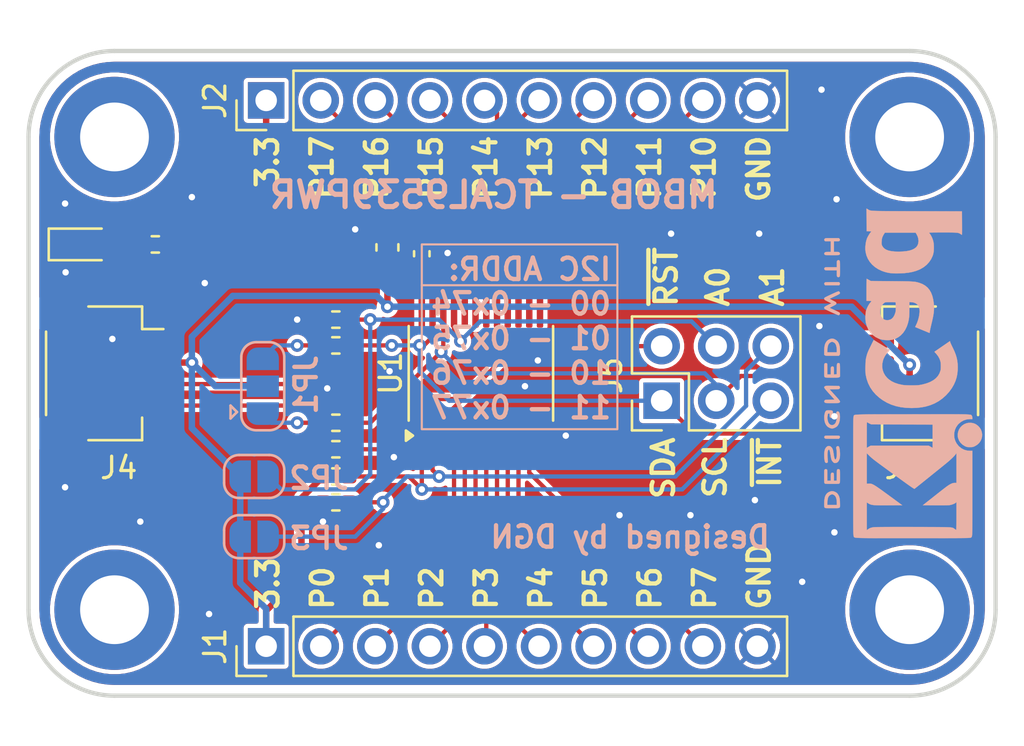
<source format=kicad_pcb>
(kicad_pcb (version 20241229) (generator "pcbnew") (generator_version "9.0")
  (layers (0 "F.Cu" signal) (2 "B.Cu" signal) (13 "F.Paste" user) (15 "B.Paste" user) (5 "F.SilkS" user "F.Silkscreen") (7 "B.SilkS" user "B.Silkscreen") (1 "F.Mask" user) (3 "B.Mask" user) (25 "Edge.Cuts" user))
  (net 0 "")
  (net 1 "GND")
  (net 2 "+3.3V")
  (net 3 "Net-(D1-A)")
  (net 4 "/P7")
  (net 5 "/P5")
  (net 6 "/P2")
  (net 7 "/P4")
  (net 8 "/P6")
  (net 9 "/P0")
  (net 10 "/P1")
  (net 11 "/P3")
  (net 12 "/P14")
  (net 13 "/P11")
  (net 14 "/P16")
  (net 15 "/P13")
  (net 16 "/P10")
  (net 17 "/P17")
  (net 18 "/P12")
  (net 19 "/P15")
  (net 20 "/SDA")
  (net 21 "/SCL")
  (net 22 "/A1")
  (net 23 "/A0")
  (net 24 "/~{RESET}")
  (net 25 "/~{INT}")
  (net 26 "Net-(JP1-A)")
  (net 27 "Net-(JP1-B)")
  (footprint "Resistor_SMD:R_0402_1005Metric_Pad0.72x0.64mm_HandSolder" (layer "F.Cu") (at 136.3 102 180)
    (property "Reference" "R6" (hide yes))
    (property "Value" "4K7")
    (pad "1" smd roundrect (at -0.5975 0 180) (size 0.715 0.64) (layers "F.Cu" "F.Mask" "F.Paste") (net 22 "/A1"))
    (pad "2" smd roundrect (at 0.5975 0 180) (size 0.715 0.64) (layers "F.Cu" "F.Mask" "F.Paste") (net 1 "GND"))
  )
  (footprint "Resistor_SMD:R_0402_1005Metric_Pad0.72x0.64mm_HandSolder" (layer "F.Cu") (at 136.3 100.8)
    (property "Reference" "R2" (hide yes))
    (property "Value" "4K7")
    (pad "1" smd roundrect (at -0.5975 0) (size 0.715 0.64) (layers "F.Cu" "F.Mask" "F.Paste") (net 2 "+3.3V"))
    (pad "2" smd roundrect (at 0.5975 0) (size 0.715 0.64) (layers "F.Cu" "F.Mask" "F.Paste") (net 25 "/~{INT}"))
  )
  (footprint "MountingHole:MountingHole_3.2mm_M3_DIN965_Pad" (layer "F.Cu") (at 163 107)
    (property "Reference" "H4" (hide yes))
    (property "Value" "MountingHole")
    (pad "1" thru_hole circle (at 0 0) (size 5.6 5.6) (drill 3.2) (layers "*.Cu" "*.Mask"))
  )
  (footprint "Resistor_SMD:R_0402_1005Metric_Pad0.72x0.64mm_HandSolder" (layer "F.Cu") (at 136.3 93.5 180)
    (property "Reference" "R5" (hide yes))
    (property "Value" "4K7")
    (pad "1" smd roundrect (at -0.5975 0 180) (size 0.715 0.64) (layers "F.Cu" "F.Mask" "F.Paste") (net 23 "/A0"))
    (pad "2" smd roundrect (at 0.5975 0 180) (size 0.715 0.64) (layers "F.Cu" "F.Mask" "F.Paste") (net 1 "GND"))
  )
  (footprint "MountingHole:MountingHole_3.2mm_M3_DIN965_Pad" (layer "F.Cu") (at 126 85)
    (property "Reference" "H1" (hide yes))
    (property "Value" "MountingHole")
    (pad "1" thru_hole circle (at 0 0) (size 5.6 5.6) (drill 3.2) (layers "*.Cu" "*.Mask"))
  )
  (footprint "Resistor_SMD:R_0402_1005Metric_Pad0.72x0.64mm_HandSolder" (layer "F.Cu") (at 136.3 99.533333)
    (property "Reference" "R1" (hide yes))
    (property "Value" "4K7")
    (pad "1" smd roundrect (at -0.5975 0) (size 0.715 0.64) (layers "F.Cu" "F.Mask" "F.Paste") (net 2 "+3.3V"))
    (pad "2" smd roundrect (at 0.5975 0) (size 0.715 0.64) (layers "F.Cu" "F.Mask" "F.Paste") (net 24 "/~{RESET}"))
  )
  (footprint "Capacitor_SMD:C_0402_1005Metric_Pad0.74x0.62mm_HandSolder" (layer "F.Cu") (at 140.3 90.435 90)
    (property "Reference" "C2" (hide yes))
    (property "Value" "100n")
    (pad "1" smd roundrect (at -0.5675 0 90) (size 0.735 0.62) (layers "F.Cu" "F.Mask" "F.Paste") (net 2 "+3.3V"))
    (pad "2" smd roundrect (at 0.5675 0 90) (size 0.735 0.62) (layers "F.Cu" "F.Mask" "F.Paste") (net 1 "GND"))
  )
  (footprint "Package_SO:TSSOP-24_4.4x6.5mm_P0.5mm" (layer "F.Cu") (at 143.05 96 90)
    (property "Reference" "U1" (at 0 -4.2 90) (layer "F.SilkS"))
    (property "Value" "TCAL9539PWR")
    (pad "1" smd roundrect (at -2.8625 -2.75 90) (size 1.475 0.3) (layers "F.Cu" "F.Mask" "F.Paste") (net 25 "/~{INT}"))
    (pad "2" smd roundrect (at -2.8625 -2.25 90) (size 1.475 0.3) (layers "F.Cu" "F.Mask" "F.Paste") (net 22 "/A1"))
    (pad "3" smd roundrect (at -2.8625 -1.75 90) (size 1.475 0.3) (layers "F.Cu" "F.Mask" "F.Paste") (net 24 "/~{RESET}"))
    (pad "4" smd roundrect (at -2.8625 -1.25 90) (size 1.475 0.3) (layers "F.Cu" "F.Mask" "F.Paste") (net 9 "/P0"))
    (pad "5" smd roundrect (at -2.8625 -0.75 90) (size 1.475 0.3) (layers "F.Cu" "F.Mask" "F.Paste") (net 10 "/P1"))
    (pad "6" smd roundrect (at -2.8625 -0.25 90) (size 1.475 0.3) (layers "F.Cu" "F.Mask" "F.Paste") (net 6 "/P2"))
    (pad "7" smd roundrect (at -2.8625 0.25 90) (size 1.475 0.3) (layers "F.Cu" "F.Mask" "F.Paste") (net 11 "/P3"))
    (pad "8" smd roundrect (at -2.8625 0.75 90) (size 1.475 0.3) (layers "F.Cu" "F.Mask" "F.Paste") (net 7 "/P4"))
    (pad "9" smd roundrect (at -2.8625 1.25 90) (size 1.475 0.3) (layers "F.Cu" "F.Mask" "F.Paste") (net 5 "/P5"))
    (pad "10" smd roundrect (at -2.8625 1.75 90) (size 1.475 0.3) (layers "F.Cu" "F.Mask" "F.Paste") (net 8 "/P6"))
    (pad "11" smd roundrect (at -2.8625 2.25 90) (size 1.475 0.3) (layers "F.Cu" "F.Mask" "F.Paste") (net 4 "/P7"))
    (pad "12" smd roundrect (at -2.8625 2.75 90) (size 1.475 0.3) (layers "F.Cu" "F.Mask" "F.Paste") (net 1 "GND"))
    (pad "13" smd roundrect (at 2.8625 2.75 90) (size 1.475 0.3) (layers "F.Cu" "F.Mask" "F.Paste") (net 16 "/P10"))
    (pad "14" smd roundrect (at 2.8625 2.25 90) (size 1.475 0.3) (layers "F.Cu" "F.Mask" "F.Paste") (net 13 "/P11"))
    (pad "15" smd roundrect (at 2.8625 1.75 90) (size 1.475 0.3) (layers "F.Cu" "F.Mask" "F.Paste") (net 18 "/P12"))
    (pad "16" smd roundrect (at 2.8625 1.25 90) (size 1.475 0.3) (layers "F.Cu" "F.Mask" "F.Paste") (net 15 "/P13"))
    (pad "17" smd roundrect (at 2.8625 0.75 90) (size 1.475 0.3) (layers "F.Cu" "F.Mask" "F.Paste") (net 12 "/P14"))
    (pad "18" smd roundrect (at 2.8625 0.25 90) (size 1.475 0.3) (layers "F.Cu" "F.Mask" "F.Paste") (net 19 "/P15"))
    (pad "19" smd roundrect (at 2.8625 -0.25 90) (size 1.475 0.3) (layers "F.Cu" "F.Mask" "F.Paste") (net 14 "/P16"))
    (pad "20" smd roundrect (at 2.8625 -0.75 90) (size 1.475 0.3) (layers "F.Cu" "F.Mask" "F.Paste") (net 17 "/P17"))
    (pad "21" smd roundrect (at 2.8625 -1.25 90) (size 1.475 0.3) (layers "F.Cu" "F.Mask" "F.Paste") (net 23 "/A0"))
    (pad "22" smd roundrect (at 2.8625 -1.75 90) (size 1.475 0.3) (layers "F.Cu" "F.Mask" "F.Paste") (net 21 "/SCL"))
    (pad "23" smd roundrect (at 2.8625 -2.25 90) (size 1.475 0.3) (layers "F.Cu" "F.Mask" "F.Paste") (net 20 "/SDA"))
    (pad "24" smd roundrect (at 2.8625 -2.75 90) (size 1.475 0.3) (layers "F.Cu" "F.Mask" "F.Paste") (net 2 "+3.3V"))
  )
  (footprint "MountingHole:MountingHole_3.2mm_M3_DIN965_Pad" (layer "F.Cu") (at 163 85)
    (property "Reference" "H2" (hide yes))
    (property "Value" "MountingHole")
    (pad "1" thru_hole circle (at 0 0) (size 5.6 5.6) (drill 3.2) (layers "*.Cu" "*.Mask"))
  )
  (footprint "Connector_PinHeader_2.54mm:PinHeader_1x10_P2.54mm_Vertical" (layer "F.Cu") (at 133.0575 83.3 90)
    (property "Reference" "J2" (at 0 -2.38 90) (layer "F.SilkS"))
    (property "Value" "Conn_01x10")
    (pad "1" thru_hole rect (at 0 0 90) (size 1.7 1.7) (drill 1) (layers "*.Cu" "*.Mask") (net 2 "+3.3V"))
    (pad "2" thru_hole circle (at 0 2.54 90) (size 1.7 1.7) (drill 1) (layers "*.Cu" "*.Mask") (net 17 "/P17"))
    (pad "3" thru_hole circle (at 0 5.08 90) (size 1.7 1.7) (drill 1) (layers "*.Cu" "*.Mask") (net 14 "/P16"))
    (pad "4" thru_hole circle (at 0 7.62 90) (size 1.7 1.7) (drill 1) (layers "*.Cu" "*.Mask") (net 19 "/P15"))
    (pad "5" thru_hole circle (at 0 10.16 90) (size 1.7 1.7) (drill 1) (layers "*.Cu" "*.Mask") (net 12 "/P14"))
    (pad "6" thru_hole circle (at 0 12.7 90) (size 1.7 1.7) (drill 1) (layers "*.Cu" "*.Mask") (net 15 "/P13"))
    (pad "7" thru_hole circle (at 0 15.24 90) (size 1.7 1.7) (drill 1) (layers "*.Cu" "*.Mask") (net 18 "/P12"))
    (pad "8" thru_hole circle (at 0 17.78 90) (size 1.7 1.7) (drill 1) (layers "*.Cu" "*.Mask") (net 13 "/P11"))
    (pad "9" thru_hole circle (at 0 20.32 90) (size 1.7 1.7) (drill 1) (layers "*.Cu" "*.Mask") (net 16 "/P10"))
    (pad "10" thru_hole circle (at 0 22.86 90) (size 1.7 1.7) (drill 1) (layers "*.Cu" "*.Mask") (net 1 "GND"))
  )
  (footprint "Resistor_SMD:R_0402_1005Metric_Pad0.72x0.64mm_HandSolder" (layer "F.Cu") (at 136.3 94.7)
    (property "Reference" "R3" (hide yes))
    (property "Value" "4K7")
    (pad "1" smd roundrect (at -0.5975 0) (size 0.715 0.64) (layers "F.Cu" "F.Mask" "F.Paste") (net 27 "Net-(JP1-B)"))
    (pad "2" smd roundrect (at 0.5975 0) (size 0.715 0.64) (layers "F.Cu" "F.Mask" "F.Paste") (net 20 "/SDA"))
  )
  (footprint "Connector_JST:JST_SH_SM04B-SRSS-TB_1x04-1MP_P1.00mm_Horizontal" (layer "F.Cu") (at 163.5 96 90)
    (property "Reference" "J3" (at -4.4 -0.8 180) (layer "F.SilkS"))
    (property "Value" "QWIIC Right Angle")
    (pad "1" smd roundrect (at -1.5 -2 90) (size 0.6 1.55) (layers "F.Cu" "F.Mask" "F.Paste") (net 1 "GND"))
    (pad "2" smd roundrect (at -0.5 -2 90) (size 0.6 1.55) (layers "F.Cu" "F.Mask" "F.Paste") (net 2 "+3.3V"))
    (pad "3" smd roundrect (at 0.5 -2 90) (size 0.6 1.55) (layers "F.Cu" "F.Mask" "F.Paste") (net 20 "/SDA"))
    (pad "4" smd roundrect (at 1.5 -2 90) (size 0.6 1.55) (layers "F.Cu" "F.Mask" "F.Paste") (net 21 "/SCL"))
    (pad "MP" smd roundrect (at -2.8 1.875 90) (size 1.2 1.8) (layers "F.Cu" "F.Mask" "F.Paste") (roundrect_rratio 0.208333))
    (pad "MP" smd roundrect (at 2.8 1.875 90) (size 1.2 1.8) (layers "F.Cu" "F.Mask" "F.Paste") (roundrect_rratio 0.208333))
  )
  (footprint "Connector_PinHeader_2.54mm:PinHeader_1x10_P2.54mm_Vertical" (layer "F.Cu") (at 133.0575 108.7 90)
    (property "Reference" "J1" (at 0 -2.38 90) (layer "F.SilkS"))
    (property "Value" "Conn_01x10")
    (pad "1" thru_hole rect (at 0 0 90) (size 1.7 1.7) (drill 1) (layers "*.Cu" "*.Mask") (net 2 "+3.3V"))
    (pad "2" thru_hole circle (at 0 2.54 90) (size 1.7 1.7) (drill 1) (layers "*.Cu" "*.Mask") (net 9 "/P0"))
    (pad "3" thru_hole circle (at 0 5.08 90) (size 1.7 1.7) (drill 1) (layers "*.Cu" "*.Mask") (net 10 "/P1"))
    (pad "4" thru_hole circle (at 0 7.62 90) (size 1.7 1.7) (drill 1) (layers "*.Cu" "*.Mask") (net 6 "/P2"))
    (pad "5" thru_hole circle (at 0 10.16 90) (size 1.7 1.7) (drill 1) (layers "*.Cu" "*.Mask") (net 11 "/P3"))
    (pad "6" thru_hole circle (at 0 12.7 90) (size 1.7 1.7) (drill 1) (layers "*.Cu" "*.Mask") (net 7 "/P4"))
    (pad "7" thru_hole circle (at 0 15.24 90) (size 1.7 1.7) (drill 1) (layers "*.Cu" "*.Mask") (net 5 "/P5"))
    (pad "8" thru_hole circle (at 0 17.78 90) (size 1.7 1.7) (drill 1) (layers "*.Cu" "*.Mask") (net 8 "/P6"))
    (pad "9" thru_hole circle (at 0 20.32 90) (size 1.7 1.7) (drill 1) (layers "*.Cu" "*.Mask") (net 4 "/P7"))
    (pad "10" thru_hole circle (at 0 22.86 90) (size 1.7 1.7) (drill 1) (layers "*.Cu" "*.Mask") (net 1 "GND"))
  )
  (footprint "Connector_JST:JST_SH_SM04B-SRSS-TB_1x04-1MP_P1.00mm_Horizontal" (layer "F.Cu") (at 125.5 96 -90)
    (property "Reference" "J4" (at 4.4 -0.7 0) (layer "F.SilkS"))
    (property "Value" "QWIIC Right Angle")
    (pad "1" smd roundrect (at -1.5 -2 270) (size 0.6 1.55) (layers "F.Cu" "F.Mask" "F.Paste") (net 1 "GND"))
    (pad "2" smd roundrect (at -0.5 -2 270) (size 0.6 1.55) (layers "F.Cu" "F.Mask" "F.Paste") (net 2 "+3.3V"))
    (pad "3" smd roundrect (at 0.5 -2 270) (size 0.6 1.55) (layers "F.Cu" "F.Mask" "F.Paste") (net 20 "/SDA"))
    (pad "4" smd roundrect (at 1.5 -2 270) (size 0.6 1.55) (layers "F.Cu" "F.Mask" "F.Paste") (net 21 "/SCL"))
    (pad "MP" smd roundrect (at -2.8 1.875 270) (size 1.2 1.8) (layers "F.Cu" "F.Mask" "F.Paste") (roundrect_rratio 0.208333))
    (pad "MP" smd roundrect (at 2.8 1.875 270) (size 1.2 1.8) (layers "F.Cu" "F.Mask" "F.Paste") (roundrect_rratio 0.208333))
  )
  (footprint "Connector_PinHeader_2.54mm:PinHeader_2x03_P2.54mm_Vertical" (layer "F.Cu") (at 151.46 97.275 90)
    (property "Reference" "J5" (at 1.175 -2.36 270) (layer "F.SilkS"))
    (property "Value" "Conn_02x03_Odd_Even")
    (pad "1" thru_hole rect (at 0 0 90) (size 1.7 1.7) (drill 1) (layers "*.Cu" "*.Mask") (net 20 "/SDA"))
    (pad "2" thru_hole circle (at 2.54 0 90) (size 1.7 1.7) (drill 1) (layers "*.Cu" "*.Mask") (net 24 "/~{RESET}"))
    (pad "3" thru_hole circle (at 0 2.54 90) (size 1.7 1.7) (drill 1) (layers "*.Cu" "*.Mask") (net 21 "/SCL"))
    (pad "4" thru_hole circle (at 2.54 2.54 90) (size 1.7 1.7) (drill 1) (layers "*.Cu" "*.Mask") (net 23 "/A0"))
    (pad "5" thru_hole circle (at 0 5.08 90) (size 1.7 1.7) (drill 1) (layers "*.Cu" "*.Mask") (net 25 "/~{INT}"))
    (pad "6" thru_hole circle (at 2.54 5.08 90) (size 1.7 1.7) (drill 1) (layers "*.Cu" "*.Mask") (net 22 "/A1"))
  )
  (footprint "Resistor_SMD:R_0402_1005Metric_Pad0.72x0.64mm_HandSolder" (layer "F.Cu") (at 127.9 90 180)
    (property "Reference" "R7" (hide yes))
    (property "Value" "1K")
    (pad "1" smd roundrect (at -0.5975 0 180) (size 0.715 0.64) (layers "F.Cu" "F.Mask" "F.Paste") (net 2 "+3.3V"))
    (pad "2" smd roundrect (at 0.5975 0 180) (size 0.715 0.64) (layers "F.Cu" "F.Mask" "F.Paste") (net 3 "Net-(D1-A)"))
  )
  (footprint "Capacitor_SMD:C_0603_1608Metric_Pad1.08x0.95mm_HandSolder" (layer "F.Cu") (at 138.7 90.14 90)
    (property "Reference" "C1" (hide yes))
    (property "Value" "10u")
    (pad "1" smd roundrect (at -0.8625 0 90) (size 1.075 0.95) (layers "F.Cu" "F.Mask" "F.Paste") (net 2 "+3.3V"))
    (pad "2" smd roundrect (at 0.8625 0 90) (size 1.075 0.95) (layers "F.Cu" "F.Mask" "F.Paste") (net 1 "GND"))
  )
  (footprint "Resistor_SMD:R_0402_1005Metric_Pad0.72x0.64mm_HandSolder" (layer "F.Cu") (at 136.3 98.3)
    (property "Reference" "R4" (hide yes))
    (property "Value" "4K7")
    (pad "1" smd roundrect (at -0.5975 0) (size 0.715 0.64) (layers "F.Cu" "F.Mask" "F.Paste") (net 26 "Net-(JP1-A)"))
    (pad "2" smd roundrect (at 0.5975 0) (size 0.715 0.64) (layers "F.Cu" "F.Mask" "F.Paste") (net 21 "/SCL"))
  )
  (footprint "MountingHole:MountingHole_3.2mm_M3_DIN965_Pad" (layer "F.Cu") (at 126 107)
    (property "Reference" "H3" (hide yes))
    (property "Value" "MountingHole")
    (pad "1" thru_hole circle (at 0 0) (size 5.6 5.6) (drill 3.2) (layers "*.Cu" "*.Mask"))
  )
  (footprint "LED_SMD:LED_0603_1608Metric_Pad1.05x0.95mm_HandSolder" (layer "F.Cu") (at 124.6 90)
    (property "Reference" "D1" (hide yes))
    (property "Value" "LED")
    (pad "1" smd roundrect (at -0.875 0) (size 1.05 0.95) (layers "F.Cu" "F.Mask" "F.Paste") (net 1 "GND"))
    (pad "2" smd roundrect (at 0.875 0) (size 1.05 0.95) (layers "F.Cu" "F.Mask" "F.Paste") (net 3 "Net-(D1-A)"))
  )
  (footprint "Jumper:SolderJumper-2_P1.3mm_Open_RoundedPad1.0x1.5mm" (layer "B.Cu") (at 132.5 100.8 180)
    (property "Reference" "JP2" (hide yes))
    (property "Value" "SolderJumper_2_Open")
    (pad "1" smd custom (at -0.65 0 180) (size 1 0.5) (layers "B.Cu" "B.Mask") (net 23 "/A0") (options (clearance outline) (anchor rect)) (primitives (gr_circle (center 0 -0.25) (end 0.5 -0.25) (width 0) (fill yes)) (gr_circle (center 0 0.25) (end 0.5 0.25) (width 0) (fill yes)) (gr_poly (pts (xy 0.5 -0.75) (xy 0 -0.75) (xy 0 0.75) (xy 0.5 0.75)) (width 0) (fill yes))))
    (pad "2" smd custom (at 0.65 0 180) (size 1 0.5) (layers "B.Cu" "B.Mask") (net 2 "+3.3V") (options (clearance outline) (anchor rect)) (primitives (gr_circle (center 0 -0.25) (end 0.5 -0.25) (width 0) (fill yes)) (gr_circle (center 0 0.25) (end 0.5 0.25) (width 0) (fill yes)) (gr_poly (pts (xy 0 -0.75) (xy -0.5 -0.75) (xy -0.5 0.75) (xy 0 0.75)) (width 0) (fill yes))))
  )
  (footprint "Symbol:KiCad-Logo2_6mm_SilkScreen" (layer "B.Cu") (at 163.395153 96.007487 90)
    (property "Reference" "REF**" (hide yes))
    (property "Value" "KiCad-Logo2_6mm_SilkScreen" (hide yes))
  )
  (footprint "Jumper:SolderJumper-2_P1.3mm_Open_RoundedPad1.0x1.5mm" (layer "B.Cu") (at 132.5 103.6 180)
    (property "Reference" "JP3" (hide yes))
    (property "Value" "SolderJumper_2_Open")
    (pad "1" smd custom (at -0.65 0 180) (size 1 0.5) (layers "B.Cu" "B.Mask") (net 22 "/A1") (options (clearance outline) (anchor rect)) (primitives (gr_circle (center 0 -0.25) (end 0.5 -0.25) (width 0) (fill yes)) (gr_circle (center 0 0.25) (end 0.5 0.25) (width 0) (fill yes)) (gr_poly (pts (xy 0.5 -0.75) (xy 0 -0.75) (xy 0 0.75) (xy 0.5 0.75)) (width 0) (fill yes))))
    (pad "2" smd custom (at 0.65 0 180) (size 1 0.5) (layers "B.Cu" "B.Mask") (net 2 "+3.3V") (options (clearance outline) (anchor rect)) (primitives (gr_circle (center 0 -0.25) (end 0.5 -0.25) (width 0) (fill yes)) (gr_circle (center 0 0.25) (end 0.5 0.25) (width 0) (fill yes)) (gr_poly (pts (xy 0 -0.75) (xy -0.5 -0.75) (xy -0.5 0.75) (xy 0 0.75)) (width 0) (fill yes))))
  )
  (footprint "Jumper:SolderJumper-3_P1.3mm_Open_RoundedPad1.0x1.5mm" (layer "B.Cu") (at 132.9 96.6 90)
    (property "Reference" "JP1" (hide yes))
    (property "Value" "SolderJumper_3_Open")
    (pad "1" smd custom (at -1.3 0 90) (size 1 0.5) (layers "B.Cu" "B.Mask") (net 26 "Net-(JP1-A)") (options (clearance outline) (anchor rect)) (primitives (gr_circle (center 0 -0.25) (end 0.5 -0.25) (width 0) (fill yes)) (gr_circle (center 0 0.25) (end 0.5 0.25) (width 0) (fill yes)) (gr_poly (pts (xy 0.55 -0.75) (xy 0 -0.75) (xy 0 0.75) (xy 0.55 0.75)) (width 0) (fill yes))))
    (pad "2" smd rect (at 0 0 90) (size 1 1.5) (layers "B.Cu" "B.Mask") (net 2 "+3.3V"))
    (pad "3" smd custom (at 1.3 0 90) (size 1 0.5) (layers "B.Cu" "B.Mask") (net 27 "Net-(JP1-B)") (options (clearance outline) (anchor rect)) (primitives (gr_circle (center 0 -0.25) (end 0.5 -0.25) (width 0) (fill yes)) (gr_circle (center 0 0.25) (end 0.5 0.25) (width 0) (fill yes)) (gr_poly (pts (xy 0 -0.75) (xy -0.55 -0.75) (xy -0.55 0.75) (xy 0 0.75)) (width 0) (fill yes))))
  )
  (gr_line (start 149.4 91.9) (end 140.3 91.9) (stroke (width 0.1)) (layer "B.SilkS"))
  (gr_rect (start 140.3 90) (end 149.4 98.6) (stroke (width 0.1)) (fill no) (layer "B.SilkS"))
  (gr_arc (start 163 81) (mid 165.828427 82.171573) (end 167 85) (stroke (width 0.2)) (layer "Edge.Cuts"))
  (gr_line (start 126 81) (end 163 81) (stroke (width 0.2)) (layer "Edge.Cuts"))
  (gr_arc (start 167 107) (mid 165.828427 109.828427) (end 163 111) (stroke (width 0.2)) (layer "Edge.Cuts"))
  (gr_line (start 122 107) (end 122 85) (stroke (width 0.2)) (layer "Edge.Cuts"))
  (gr_line (start 167 85) (end 167 107) (stroke (width 0.2)) (layer "Edge.Cuts"))
  (gr_arc (start 126 111) (mid 123.171573 109.828427) (end 122 107) (stroke (width 0.2)) (layer "Edge.Cuts"))
  (gr_arc (start 122 85) (mid 123.171573 82.171573) (end 126 81) (stroke (width 0.2)) (layer "Edge.Cuts"))
  (gr_line (start 163 111) (end 126 111) (stroke (width 0.2)) (layer "Edge.Cuts"))
  (gr_text "P15" (at 141.32 88 90) (layer "F.SilkS") (effects (font (size 1 1) (thickness 0.2) (bold yes)) (justify left bottom)))
  (gr_text "P16" (at 138.78 88 90) (layer "F.SilkS") (effects (font (size 1 1) (thickness 0.2) (bold yes)) (justify left bottom)))
  (gr_text "SCL" (at 154.530667 101.9 90) (layer "F.SilkS") (effects (font (size 1 1) (thickness 0.2) (bold yes)) (justify left bottom)))
  (gr_text "P5" (at 148.9615 107.1 90) (layer "F.SilkS") (effects (font (size 1 1) (thickness 0.2) (bold yes)) (justify left bottom)))
  (gr_text "P17" (at 136.24 88 90) (layer "F.SilkS") (effects (font (size 1 1) (thickness 0.2) (bold yes)) (justify left bottom)))
  (gr_text "P13" (at 146.4 88 90) (layer "F.SilkS") (effects (font (size 1 1) (thickness 0.2) (bold yes)) (justify left bottom)))
  (gr_text "P14" (at 143.86 88 90) (layer "F.SilkS") (effects (font (size 1 1) (thickness 0.2) (bold yes)) (justify left bottom)))
  (gr_text "P4" (at 146.4215 107.1 90) (layer "F.SilkS") (effects (font (size 1 1) (thickness 0.2) (bold yes)) (justify left bottom)))
  (gr_text "~{RST}" (at 152.253333 93 90) (layer "F.SilkS") (effects (font (size 1 1) (thickness 0.2) (bold yes)) (justify left bottom)))
  (gr_text "A1" (at 157.2 93 90) (layer "F.SilkS") (effects (font (size 1 1) (thickness 0.2) (bold yes)) (justify left bottom)))
  (gr_text "P11" (at 151.48 88 90) (layer "F.SilkS") (effects (font (size 1 1) (thickness 0.2) (bold yes)) (justify left bottom)))
  (gr_text "P7" (at 154.0415 107.1 90) (layer "F.SilkS") (effects (font (size 1 1) (thickness 0.2) (bold yes)) (justify left bottom)))
  (gr_text "P12" (at 148.94 88 90) (layer "F.SilkS") (effects (font (size 1 1) (thickness 0.2) (bold yes)) (justify left bottom)))
  (gr_text "P1" (at 138.8015 107.1 90) (layer "F.SilkS") (effects (font (size 1 1) (thickness 0.2) (bold yes)) (justify left bottom)))
  (gr_text "P10" (at 154.02 88 90) (layer "F.SilkS") (effects (font (size 1 1) (thickness 0.2) (bold yes)) (justify left bottom)))
  (gr_text "P3" (at 143.8815 107.1 90) (layer "F.SilkS") (effects (font (size 1 1) (thickness 0.2) (bold yes)) (justify left bottom)))
  (gr_text "P6" (at 151.5015 107.1 90) (layer "F.SilkS") (effects (font (size 1 1) (thickness 0.2) (bold yes)) (justify left bottom)))
  (gr_text "P2" (at 141.3415 107.1 90) (layer "F.SilkS") (effects (font (size 1 1) (thickness 0.2) (bold yes)) (justify left bottom)))
  (gr_text "3.3" (at 133.7 87.47619 90) (layer "F.SilkS") (effects (font (size 1 1) (thickness 0.2) (bold yes)) (justify left bottom)))
  (gr_text "SDA" (at 152.124 101.947619 90) (layer "F.SilkS") (effects (font (size 1 1) (thickness 0.2) (bold yes)) (justify left bottom)))
  (gr_text "GND" (at 156.5815 107.1 90) (layer "F.SilkS") (effects (font (size 1 1) (thickness 0.2) (bold yes)) (justify left bottom)))
  (gr_text "~{INT}" (at 157.070667 101.423809 90) (layer "F.SilkS") (effects (font (size 1 1) (thickness 0.2) (bold yes)) (justify left bottom)))
  (gr_text "GND" (at 156.56 88.142857 90) (layer "F.SilkS") (effects (font (size 1 1) (thickness 0.2) (bold yes)) (justify left bottom)))
  (gr_text "A0" (at 154.66 93 90) (layer "F.SilkS") (effects (font (size 1 1) (thickness 0.2) (bold yes)) (justify left bottom)))
  (gr_text "3.3" (at 133.7215 107.1 90) (layer "F.SilkS") (effects (font (size 1 1) (thickness 0.2) (bold yes)) (justify left bottom)))
  (gr_text "P0" (at 136.2615 107.1 90) (layer "F.SilkS") (effects (font (size 1 1) (thickness 0.2) (bold yes)) (justify left bottom)))
  (gr_text "I2C ADDR:\n00 - 0x74\n01 - 0x75\n10 - 0x76\n11 - 0x77" (at 149.216667 98.183888 0) (layer "B.SilkS") (effects (font (size 1 1) (thickness 0.2) (bold yes)) (justify left bottom mirror)))
  (gr_text "JP2" (at 137 101.464 0) (layer "B.SilkS") (effects (font (size 1 1) (thickness 0.2) (bold yes)) (justify left bottom mirror)))
  (gr_text "Designed by DGN" (at 156.6 104.2 0) (layer "B.SilkS") (effects (font (size 1 1) (thickness 0.2) (bold yes)) (justify left bottom mirror)))
  (gr_text "JP1" (at 135.5 95.042857 90) (layer "B.SilkS") (effects (font (size 1 1) (thickness 0.2) (bold yes)) (justify left bottom mirror)))
  (gr_text "JP3" (at 137 104.264 0) (layer "B.SilkS") (effects (font (size 1 1) (thickness 0.2) (bold yes)) (justify left bottom mirror)))
  (gr_text "MBOB - TCAL9539PWR" (at 154.2 88.4 0) (layer "B.SilkS") (effects (font (size 1.2 1.2) (thickness 0.24) (bold yes)) (justify left bottom mirror)))
  (segment (start 140.3 89.8675) (end 140.9675 89.8675) (width 0.2) (layer "F.Cu") (net 1))
  (segment (start 126 94.5) (end 125.9 94.4) (width 0.2) (layer "F.Cu") (net 1))
  (segment (start 135.7025 102.8975) (end 135.7 102.9) (width 0.2) (layer "F.Cu") (net 1))
  (segment (start 146.9625 98.8625) (end 147 98.9) (width 0.2) (layer "F.Cu") (net 1))
  (segment (start 161.5 97.5) (end 160 97.5) (width 0.2) (layer "F.Cu") (net 1))
  (segment (start 140.9675 89.8675) (end 141.5 90.4) (width 0.2) (layer "F.Cu") (net 1))
  (segment (start 145.8 98.8625) (end 146.9625 98.8625) (width 0.2) (layer "F.Cu") (net 1))
  (segment (start 123.7 91.15) (end 123.725 91.125) (width 0.2) (layer "F.Cu") (net 1))
  (segment (start 123.7 91.3) (end 123.7 91.15) (width 0.2) (layer "F.Cu") (net 1))
  (segment (start 123.725 90) (end 123.725 91.3) (width 0.2) (layer "F.Cu") (net 1))
  (segment (start 160 97.5) (end 159.5 98) (width 0.2) (layer "F.Cu") (net 1))
  (segment (start 138.7 89.2775) (end 137.2225 89.2775) (width 0.2) (layer "F.Cu") (net 1))
  (segment (start 135.7025 93.5) (end 134.5 93.5) (width 0.2) (layer "F.Cu") (net 1))
  (segment (start 127.5 94.5) (end 126 94.5) (width 0.2) (layer "F.Cu") (net 1))
  (segment (start 137.2225 89.2775) (end 137.2 89.3) (width 0.2) (layer "F.Cu") (net 1))
  (segment (start 135.7025 102) (end 135.7025 102.8975) (width 0.2) (layer "F.Cu") (net 1))
  (via (at 130.4 107.2) (size 0.6) (drill 0.3) (layers "F.Cu" "B.Cu") (net 1))
  (via (at 134.5 93.5) (size 0.6) (drill 0.3) (layers "F.Cu" "B.Cu") (net 1))
  (via (at 138.3 104) (size 0.6) (drill 0.3) (layers "F.Cu" "B.Cu") (net 1))
  (via (at 135.9 96.7) (size 0.6) (drill 0.3) (layers "F.Cu" "B.Cu") (net 1))
  (via (at 135.7 102.9) (size 0.6) (drill 0.3) (layers "F.Cu" "B.Cu") (net 1))
  (via (at 125.9 94.4) (size 0.6) (drill 0.3) (layers "F.Cu" "B.Cu") (net 1))
  (via (at 137.2 89.3) (size 0.6) (drill 0.3) (layers "F.Cu" "B.Cu") (net 1))
  (via (at 159.6 87.9) (size 0.6) (drill 0.3) (layers "F.Cu" "B.Cu") (net 1))
  (via (at 130.2 91.8) (size 0.6) (drill 0.3) (layers "F.Cu" "B.Cu") (net 1))
  (via (at 152.8 102.6) (size 0.6) (drill 0.3) (layers "F.Cu" "B.Cu") (net 1))
  (via (at 139 99.9) (size 0.6) (drill 0.3) (layers "F.Cu" "B.Cu") (net 1))
  (via (at 151.9 89.5) (size 0.6) (drill 0.3) (layers "F.Cu" "B.Cu") (net 1))
  (via (at 138.8 95.9) (size 0.6) (drill 0.3) (layers "F.Cu" "B.Cu") (net 1))
  (via (at 123.725 91.3) (size 0.6) (drill 0.3) (layers "F.Cu" "B.Cu") (net 1))
  (via (at 158.9 82.8) (size 0.6) (drill 0.3) (layers "F.Cu" "B.Cu") (net 1))
  (via (at 159.5 103.4) (size 0.6) (drill 0.3) (layers "F.Cu" "B.Cu") (net 1))
  (via (at 158 105.7) (size 0.6) (drill 0.3) (layers "F.Cu" "B.Cu") (net 1))
  (via (at 155.8 101.9) (size 0.6) (drill 0.3) (layers "F.Cu" "B.Cu") (net 1))
  (via (at 145.7 95.4) (size 0.6) (drill 0.3) (layers "F.Cu" "B.Cu") (net 1))
  (via (at 123.7 101.3) (size 0.6) (drill 0.3) (layers "F.Cu" "B.Cu") (net 1))
  (via (at 158.8 93.8) (size 0.6) (drill 0.3) (layers "F.Cu" "B.Cu") (net 1))
  (via (at 127.2 102.9) (size 0.6) (drill 0.3) (layers "F.Cu" "B.Cu") (net 1))
  (via (at 123.7 88.1) (size 0.6) (drill 0.3) (layers "F.Cu" "B.Cu") (net 1))
  (via (at 145.1 96.6) (size 0.6) (drill 0.3) (layers "F.Cu" "B.Cu") (net 1))
  (via (at 159.5 98) (size 0.6) (drill 0.3) (layers "F.Cu" "B.Cu") (net 1))
  (via (at 129.6 87.8) (size 0.6) (drill 0.3) (layers "F.Cu" "B.Cu") (net 1))
  (via (at 147 98.9) (size 0.6) (drill 0.3) (layers "F.Cu" "B.Cu") (net 1))
  (via (at 149.5 102.6) (size 0.6) (drill 0.3) (layers "F.Cu" "B.Cu") (net 1))
  (via (at 156 89.5) (size 0.6) (drill 0.3) (layers "F.Cu" "B.Cu") (net 1))
  (via (at 141.5 90.4) (size 0.6) (drill 0.3) (layers "F.Cu" "B.Cu") (net 1))
  (segment (start 133.0575 88.1575) (end 135.9025 91.0025) (width 0.3) (layer "F.Cu") (net 2))
  (segment (start 162.6 96.5) (end 161.5 96.5) (width 0.3) (layer "F.Cu") (net 2))
  (segment (start 140.3 91.0525) (end 140.25 91.0025) (width 0.3) (layer "F.Cu") (net 2))
  (segment (start 138.7 91.0025) (end 138.7 92.9) (width 0.3) (layer "F.Cu") (net 2))
  (segment (start 163 95.6) (end 163 96.1) (width 0.3) (layer "F.Cu") (net 2))
  (segment (start 131.215 90) (end 133.0575 88.1575) (width 0.3) (layer "F.Cu") (net 2))
  (segment (start 135.9025 91.0025) (end 138.7 91.0025) (width 0.3) (layer "F.Cu") (net 2))
  (segment (start 135.7025 100.8) (end 134.7 101.8025) (width 0.3) (layer "F.Cu") (net 2))
  (segment (start 163 96.1) (end 162.6 96.5) (width 0.3) (layer "F.Cu") (net 2))
  (segment (start 134.7 105.4) (end 133.0575 107.0425) (width 0.3) (layer "F.Cu") (net 2))
  (segment (start 128.4975 90) (end 131.215 90) (width 0.3) (layer "F.Cu") (net 2))
  (segment (start 133.0575 83.3) (end 133.0575 88.1575) (width 0.3) (layer "F.Cu") (net 2))
  (segment (start 135.7025 99.533333) (end 135.7025 100.8) (width 0.3) (layer "F.Cu") (net 2))
  (segment (start 134.7 101.8025) (end 134.7 105.4) (width 0.3) (layer "F.Cu") (net 2))
  (segment (start 140.3 91.0025) (end 140.3 93.1375) (width 0.3) (layer "F.Cu") (net 2))
  (segment (start 127.5 95.5) (end 129.6 95.5) (width 0.3) (layer "F.Cu") (net 2))
  (segment (start 133.0575 107.0425) (end 133.0575 108.7) (width 0.3) (layer "F.Cu") (net 2))
  (segment (start 138.7 91.0025) (end 140.3 91.0025) (width 0.3) (layer "F.Cu") (net 2))
  (via (at 163 95.6) (size 0.6) (drill 0.3) (layers "F.Cu" "B.Cu") (net 2))
  (via (at 138.7 92.9) (size 0.6) (drill 0.3) (layers "F.Cu" "B.Cu") (net 2))
  (via (at 129.6 95.5) (size 0.6) (drill 0.3) (layers "F.Cu" "B.Cu") (net 2))
  (segment (start 129.6 95.5) (end 129.6 94.3) (width 0.3) (layer "B.Cu") (net 2))
  (segment (start 131.85 105.75) (end 131.85 103.6) (width 0.3) (layer "B.Cu") (net 2))
  (segment (start 131.5 92.4) (end 138.2 92.4) (width 0.3) (layer "B.Cu") (net 2))
  (segment (start 160.3 92.9) (end 138.7 92.9) (width 0.3) (layer "B.Cu") (net 2))
  (segment (start 138.2 92.4) (end 138.7 92.9) (width 0.3) (layer "B.Cu") (net 2))
  (segment (start 129.6 98.55) (end 131.85 100.8) (width 0.3) (layer "B.Cu") (net 2))
  (segment (start 131.85 100.8) (end 131.85 103.6) (width 0.3) (layer "B.Cu") (net 2))
  (segment (start 133.0575 108.7) (end 133.0575 106.9575) (width 0.3) (layer "B.Cu") (net 2))
  (segment (start 133.0575 106.9575) (end 131.85 105.75) (width 0.3) (layer "B.Cu") (net 2))
  (segment (start 129.6 95.5) (end 129.6 98.55) (width 0.3) (layer "B.Cu") (net 2))
  (segment (start 163 95.6) (end 160.3 92.9) (width 0.3) (layer "B.Cu") (net 2))
  (segment (start 129.6 94.3) (end 131.5 92.4) (width 0.3) (layer "B.Cu") (net 2))
  (segment (start 130.7 96.6) (end 132.9 96.6) (width 0.3) (layer "B.Cu") (net 2))
  (segment (start 129.6 95.5) (end 130.7 96.6) (width 0.3) (layer "B.Cu") (net 2))
  (segment (start 125.475 90) (end 127.3025 90) (width 0.2) (layer "F.Cu") (net 3))
  (segment (start 145.3 100.6225) (end 153.3775 108.7) (width 0.2) (layer "F.Cu") (net 4))
  (segment (start 145.3 98.8625) (end 145.3 100.6225) (width 0.2) (layer "F.Cu") (net 4))
  (segment (start 144.3 104.7025) (end 148.2975 108.7) (width 0.2) (layer "F.Cu") (net 5))
  (segment (start 144.3 98.8625) (end 144.3 104.7025) (width 0.2) (layer "F.Cu") (net 5))
  (segment (start 142.8 106.5775) (end 140.6775 108.7) (width 0.2) (layer "F.Cu") (net 6))
  (segment (start 142.8 98.8625) (end 142.8 106.5775) (width 0.2) (layer "F.Cu") (net 6))
  (segment (start 143.8 106.7425) (end 145.7575 108.7) (width 0.2) (layer "F.Cu") (net 7))
  (segment (start 143.8 98.8625) (end 143.8 106.7425) (width 0.2) (layer "F.Cu") (net 7))
  (segment (start 144.8 102.6625) (end 150.8375 108.7) (width 0.2) (layer "F.Cu") (net 8))
  (segment (start 144.8 98.8625) (end 144.8 102.6625) (width 0.2) (layer "F.Cu") (net 8))
  (segment (start 141.8 102.4975) (end 135.5975 108.7) (width 0.2) (layer "F.Cu") (net 9))
  (segment (start 141.8 98.8625) (end 141.8 102.4975) (width 0.2) (layer "F.Cu") (net 9))
  (segment (start 142.3 104.5375) (end 138.1375 108.7) (width 0.2) (layer "F.Cu") (net 10))
  (segment (start 142.3 98.8625) (end 142.3 104.5375) (width 0.2) (layer "F.Cu") (net 10))
  (segment (start 143.3 98.8625) (end 143.3 108.6175) (width 0.2) (layer "F.Cu") (net 11))
  (segment (start 143.3 108.6175) (end 143.2175 108.7) (width 0.2) (layer "F.Cu") (net 11))
  (segment (start 143.8 83.8825) (end 143.2175 83.3) (width 0.2) (layer "F.Cu") (net 12))
  (segment (start 143.8 93.1375) (end 143.8 83.8825) (width 0.2) (layer "F.Cu") (net 12))
  (segment (start 145.3 93.1375) (end 145.3 88.8375) (width 0.2) (layer "F.Cu") (net 13))
  (segment (start 145.3 88.8375) (end 150.8375 83.3) (width 0.2) (layer "F.Cu") (net 13))
  (segment (start 142.8 87.9625) (end 138.1375 83.3) (width 0.2) (layer "F.Cu") (net 14))
  (segment (start 142.8 93.1375) (end 142.8 87.9625) (width 0.2) (layer "F.Cu") (net 14))
  (segment (start 144.3 84.7575) (end 145.7575 83.3) (width 0.2) (layer "F.Cu") (net 15))
  (segment (start 144.3 93.1375) (end 144.3 84.7575) (width 0.2) (layer "F.Cu") (net 15))
  (segment (start 145.8 93.1375) (end 145.8 90.8775) (width 0.2) (layer "F.Cu") (net 16))
  (segment (start 145.8 90.8775) (end 153.3775 83.3) (width 0.2) (layer "F.Cu") (net 16))
  (segment (start 142.3 90.0025) (end 135.5975 83.3) (width 0.2) (layer "F.Cu") (net 17))
  (segment (start 142.3 93.1375) (end 142.3 90.0025) (width 0.2) (layer "F.Cu") (net 17))
  (segment (start 144.8 93.1375) (end 144.8 86.7975) (width 0.2) (layer "F.Cu") (net 18))
  (segment (start 144.8 86.7975) (end 148.2975 83.3) (width 0.2) (layer "F.Cu") (net 18))
  (segment (start 143.3 85.9225) (end 140.6775 83.3) (width 0.2) (layer "F.Cu") (net 19))
  (segment (start 143.3 93.1375) (end 143.3 85.9225) (width 0.2) (layer "F.Cu") (net 19))
  (segment (start 140.8 94.3) (end 140.4 94.7) (width 0.2) (layer "F.Cu") (net 20))
  (segment (start 140.8 94.3) (end 140.8 93.1375) (width 0.2) (layer "F.Cu") (net 20))
  (segment (start 152.985 98.8) (end 157.425001 98.8) (width 0.2) (layer "F.Cu") (net 20))
  (segment (start 160.725001 95.5) (end 161.5 95.5) (width 0.2) (layer "F.Cu") (net 20))
  (segment (start 136.8975 94.7) (end 135.0975 96.5) (width 0.2) (layer "F.Cu") (net 20))
  (segment (start 140.4 94.7) (end 140.2 94.7) (width 0.2) (layer "F.Cu") (net 20))
  (segment (start 136.8975 94.7) (end 138.9 94.7) (width 0.2) (layer "F.Cu") (net 20))
  (segment (start 157.425001 98.8) (end 160.725001 95.5) (width 0.2) (layer "F.Cu") (net 20))
  (segment (start 135.0975 96.5) (end 127.5 96.5) (width 0.2) (layer "F.Cu") (net 20))
  (segment (start 151.46 97.275) (end 152.985 98.8) (width 0.2) (layer "F.Cu") (net 20))
  (via (at 138.9 94.7) (size 0.6) (drill 0.3) (layers "F.Cu" "B.Cu") (net 20))
  (via (at 140.2 94.7) (size 0.6) (drill 0.3) (layers "F.Cu" "B.Cu") (net 20))
  (segment (start 140.2 94.7) (end 140.2 95.9) (width 0.2) (layer "B.Cu") (net 20))
  (segment (start 141.575 97.275) (end 151.46 97.275) (width 0.2) (layer "B.Cu") (net 20))
  (segment (start 140.2 95.9) (end 141.575 97.275) (width 0.2) (layer "B.Cu") (net 20))
  (segment (start 140.2 94.7) (end 138.9 94.7) (width 0.2) (layer "B.Cu") (net 20))
  (segment (start 137.9 98.3) (end 141.2 95) (width 0.2) (layer "F.Cu") (net 21))
  (segment (start 136.8975 98.3) (end 137.9 98.3) (width 0.2) (layer "F.Cu") (net 21))
  (segment (start 141.2 95) (end 141.3 94.9) (width 0.2) (layer "F.Cu") (net 21))
  (segment (start 127.5 97.5) (end 136.0975 97.5) (width 0.2) (layer "F.Cu") (net 21))
  (segment (start 155.151 96.124) (end 159.101001 96.124) (width 0.2) (layer "F.Cu") (net 21))
  (segment (start 141.3 94.9) (end 141.3 93.1375) (width 0.2) (layer "F.Cu") (net 21))
  (segment (start 136.0975 97.5) (end 136.8975 98.3) (width 0.2) (layer "F.Cu") (net 21))
  (segment (start 160.725001 94.5) (end 161.5 94.5) (width 0.2) (layer "F.Cu") (net 21))
  (segment (start 154 97.275) (end 155.151 96.124) (width 0.2) (layer "F.Cu") (net 21))
  (segment (start 159.101001 96.124) (end 160.725001 94.5) (width 0.2) (layer "F.Cu") (net 21))
  (via (at 141.2 95) (size 0.6) (drill 0.3) (layers "F.Cu" "B.Cu") (net 21))
  (segment (start 141.2 95) (end 142.2 96) (width 0.2) (layer "B.Cu") (net 21))
  (segment (start 153.4625 96) (end 154 96.5375) (width 0.2) (layer "B.Cu") (net 21))
  (segment (start 142.2 96) (end 153.4625 96) (width 0.2) (layer "B.Cu") (net 21))
  (segment (start 154 96.5375) (end 154 97.275) (width 0.2) (layer "B.Cu") (net 21))
  (segment (start 140.8 100.5) (end 141.1 100.8) (width 0.2) (layer "F.Cu") (net 22))
  (segment (start 136.8975 102) (end 138.4 102) (width 0.2) (layer "F.Cu") (net 22))
  (segment (start 138.4 102) (end 138.5 101.9) (width 0.2) (layer "F.Cu") (net 22))
  (segment (start 140.8 98.8625) (end 140.8 100.5) (width 0.2) (layer "F.Cu") (net 22))
  (via (at 141.1 100.8) (size 0.6) (drill 0.3) (layers "F.Cu" "B.Cu") (net 22))
  (via (at 138.5 102) (size 0.6) (drill 0.3) (layers "F.Cu" "B.Cu") (net 22))
  (segment (start 141.1 100.8) (end 152.10276 100.8) (width 0.2) (layer "B.Cu") (net 22))
  (segment (start 155.389 97.51376) (end 155.389 95.886) (width 0.2) (layer "B.Cu") (net 22))
  (segment (start 155.389 95.886) (end 156.54 94.735) (width 0.2) (layer "B.Cu") (net 22))
  (segment (start 137.2 103.6) (end 133.15 103.6) (width 0.2) (layer "B.Cu") (net 22))
  (segment (start 138.5 102.3) (end 137.2 103.6) (width 0.2) (layer "B.Cu") (net 22))
  (segment (start 138.5 102) (end 138.5 102.3) (width 0.2) (layer "B.Cu") (net 22))
  (segment (start 152.10276 100.8) (end 155.389 97.51376) (width 0.2) (layer "B.Cu") (net 22))
  (segment (start 141.1 100.8) (end 139.6 100.8) (width 0.2) (layer "B.Cu") (net 22))
  (segment (start 139.6 100.8) (end 138.5 101.9) (width 0.2) (layer "B.Cu") (net 22))
  (segment (start 141.8 93.1375) (end 141.8 94.2) (width 0.2) (layer "F.Cu") (net 23))
  (segment (start 137.9 93.5) (end 136.8975 93.5) (width 0.2) (layer "F.Cu") (net 23))
  (segment (start 141.8 94.2) (end 142.1 94.5) (width 0.2) (layer "F.Cu") (net 23))
  (via (at 137.9 93.5) (size 0.6) (drill 0.3) (layers "F.Cu" "B.Cu") (net 23))
  (via (at 142.1 94.5) (size 0.6) (drill 0.3) (layers "F.Cu" "B.Cu") (net 23))
  (segment (start 133.75 101.4) (end 137.2 101.4) (width 0.2) (layer "B.Cu") (net 23))
  (segment (start 137.9 100.7) (end 137.9 93.5) (width 0.2) (layer "B.Cu") (net 23))
  (segment (start 133.15 100.8) (end 133.75 101.4) (width 0.2) (layer "B.Cu") (net 23))
  (segment (start 143.016 93.584) (end 152.849 93.584) (width 0.2) (layer "B.Cu") (net 23))
  (segment (start 137.2 101.4) (end 137.9 100.7) (width 0.2) (layer "B.Cu") (net 23))
  (segment (start 142.1 94.5) (end 143.016 93.584) (width 0.2) (layer "B.Cu") (net 23))
  (segment (start 141.1 93.5) (end 142.1 94.5) (width 0.2) (layer "B.Cu") (net 23))
  (segment (start 152.849 93.584) (end 154 94.735) (width 0.2) (layer "B.Cu") (net 23))
  (segment (start 137.9 93.5) (end 141.1 93.5) (width 0.2) (layer "B.Cu") (net 23))
  (segment (start 138.357843 99.533333) (end 140.695588 97.195588) (width 0.2) (layer "F.Cu") (net 24))
  (segment (start 141.3 98.091176) (end 142.195588 97.195588) (width 0.2) (layer "F.Cu") (net 24))
  (segment (start 136.8975 99.533333) (end 138.357843 99.533333) (width 0.2) (layer "F.Cu") (net 24))
  (segment (start 141.3 98.8625) (end 141.3 98.091176) (width 0.2) (layer "F.Cu") (net 24))
  (segment (start 142.195588 97.195588) (end 144.656176 94.735) (width 0.2) (layer "F.Cu") (net 24))
  (segment (start 140.695588 97.195588) (end 142.195588 97.195588) (width 0.2) (layer "F.Cu") (net 24))
  (segment (start 144.656176 94.735) (end 151.46 94.735) (width 0.2) (layer "F.Cu") (net 24))
  (segment (start 136.930833 100.8) (end 136.8975 100.766667) (width 0.2) (layer "F.Cu") (net 25))
  (segment (start 139.7 100.8) (end 140.3 101.4) (width 0.2) (layer "F.Cu") (net 25))
  (segment (start 136.8975 100.8) (end 139.7 100.8) (width 0.2) (layer "F.Cu") (net 25))
  (segment (start 140.3 98.8625) (end 140.3 101.4) (width 0.2) (layer "F.Cu") (net 25))
  (via (at 140.3 101.4) (size 0.6) (drill 0.3) (layers "F.Cu" "B.Cu") (net 25))
  (segment (start 140.301 101.401) (end 152.414 101.401) (width 0.2) (layer "B.Cu") (net 25))
  (segment (start 140.3 101.4) (end 140.301 101.401) (width 0.2) (layer "B.Cu") (net 25))
  (segment (start 152.414 101.401) (end 156.54 97.275) (width 0.2) (layer "B.Cu") (net 25))
  (segment (start 135.7025 98.3) (end 134.5 98.3) (width 0.2) (layer "F.Cu") (net 26))
  (via (at 134.5 98.3) (size 0.6) (drill 0.3) (layers "F.Cu" "B.Cu") (net 26))
  (segment (start 133.3 98.3) (end 132.9 97.9) (width 0.2) (layer "B.Cu") (net 26))
  (segment (start 134.5 98.3) (end 133.3 98.3) (width 0.2) (layer "B.Cu") (net 26))
  (segment (start 135.7025 94.7) (end 134.5 94.7) (width 0.2) (layer "F.Cu") (net 27))
  (via (at 134.5 94.7) (size 0.6) (drill 0.3) (layers "F.Cu" "B.Cu") (net 27))
  (segment (start 133.5 94.7) (end 132.9 95.3) (width 0.2) (layer "B.Cu") (net 27))
  (segment (start 134.5 94.7) (end 133.5 94.7) (width 0.2) (layer "B.Cu") (net 27))
  (zone (net 1) (net_name "GND") (layers "F.Cu" "B.Cu") (connect_pads (clearance 0.2)) (min_thickness 0.2) (fill yes (thermal_gap 0.2) (thermal_bridge_width 0.2))
    (polygon (pts (xy 121.8 80.8) (xy 121.8 111.2) (xy 167.2 111.2) (xy 167.3 111.1) (xy 167.3 80.8)))
  )
)
</source>
